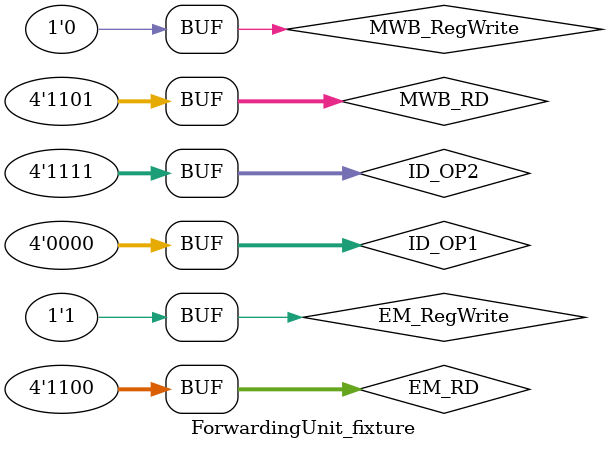
<source format=v>
`include "ForwardingUnit.v"

module ForwardingUnit_fixture;

reg [3:0] EM_RD, MWB_RD, ID_OP1, ID_OP2;
reg EM_RegWrite, MWB_RegWrite;
wire [1:0] ForwardA, ForwardB;

initial
  $monitor($time, "\n Input \n EM_RD: %h MWB_RD: %h ID_OP1: %h ID_OP2: %h \n EM_RegWrite: %b MWB_RegWrite: %b \n OUTPUT \n ForwardA: %h ForwardB: %h", EM_RD, MWB_RD, ID_OP1, ID_OP2, EM_RegWrite, MWB_RegWrite, FowardA, ForwardB);

ForwardingUnit FU(EM_RD, MWB_RD, ID_OP1, ID_OP2, EM_RegWrite, MWB_RegWrite, FowardA, ForwardB);

initial begin
  #5
  EM_RD = 12;
  MWB_RD = 13;
  ID_OP1 = 12;
  ID_OP2 = 15;
  EM_RegWrite = 1;
  MWB_RegWrite= 0;
  #5
  EM_RD = 12;
  MWB_RD = 13;
  ID_OP1 = 12;
  ID_OP2 = 15;
  EM_RegWrite = 0;
  MWB_RegWrite= 1;
  #5
  EM_RD = 12;
  MWB_RD = 13;
  ID_OP1 = 11;
  ID_OP2 = 13;
  EM_RegWrite = 1;
  MWB_RegWrite= 0;
  #5
  EM_RD = 12;
  MWB_RD = 13;
  ID_OP1 = 11;
  ID_OP2 = 13;
  EM_RegWrite = 0;
  MWB_RegWrite= 1;
  #5
  EM_RD = 12;
  MWB_RD = 13;
  ID_OP1 = 16;
  ID_OP2 = 15;
  EM_RegWrite = 1;
  MWB_RegWrite= 0;
  end
  endmodule

</source>
